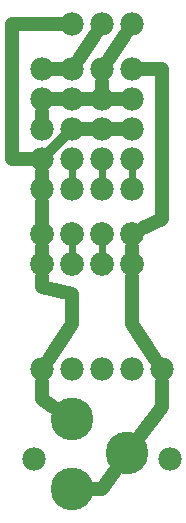
<source format=gbl>
G04 MADE WITH FRITZING*
G04 WWW.FRITZING.ORG*
G04 DOUBLE SIDED*
G04 HOLES PLATED*
G04 CONTOUR ON CENTER OF CONTOUR VECTOR*
%ASAXBY*%
%FSLAX23Y23*%
%MOIN*%
%OFA0B0*%
%SFA1.0B1.0*%
%ADD10C,0.079370*%
%ADD11C,0.078000*%
%ADD12C,0.142362*%
%ADD13C,0.048000*%
%ADD14C,0.032000*%
%ADD15C,0.024000*%
%LNCOPPER0*%
G90*
G70*
G54D10*
X146Y1054D03*
X246Y1054D03*
X346Y1054D03*
X446Y1054D03*
X146Y954D03*
X246Y954D03*
X346Y954D03*
X446Y954D03*
G54D11*
X446Y1204D03*
X446Y1304D03*
X446Y1404D03*
X446Y1504D03*
X446Y1604D03*
X346Y1204D03*
X346Y1304D03*
X346Y1404D03*
X346Y1504D03*
X346Y1604D03*
X246Y1204D03*
X246Y1304D03*
X246Y1404D03*
X246Y1504D03*
X246Y1604D03*
X446Y1754D03*
X346Y1754D03*
X246Y1754D03*
X146Y1204D03*
X146Y1304D03*
X146Y1404D03*
X146Y1504D03*
X146Y1604D03*
G54D12*
X430Y323D03*
X246Y438D03*
X246Y204D03*
G54D11*
X146Y604D03*
X246Y604D03*
X346Y604D03*
X446Y604D03*
X546Y604D03*
X118Y304D03*
X574Y304D03*
G54D13*
X269Y1638D02*
X323Y1719D01*
D02*
X369Y1638D02*
X423Y1719D01*
D02*
X146Y1445D02*
X146Y1462D01*
G54D14*
D02*
X171Y1329D02*
X221Y1378D01*
G54D13*
D02*
X145Y879D02*
X246Y854D01*
D02*
X246Y854D02*
X246Y753D01*
D02*
X246Y753D02*
X169Y638D01*
D02*
X146Y912D02*
X145Y879D01*
D02*
X447Y753D02*
X523Y638D01*
D02*
X446Y912D02*
X447Y753D01*
D02*
X546Y478D02*
X474Y382D01*
D02*
X546Y562D02*
X546Y478D01*
D02*
X388Y263D02*
X346Y204D01*
D02*
X346Y204D02*
X319Y204D01*
D02*
X146Y503D02*
X146Y562D01*
D02*
X184Y478D02*
X146Y503D01*
D02*
X487Y1603D02*
X546Y1603D01*
D02*
X546Y1603D02*
X546Y1104D01*
D02*
X546Y1104D02*
X483Y1073D01*
D02*
X387Y1504D02*
X405Y1504D01*
G54D15*
D02*
X246Y1274D02*
X246Y1234D01*
D02*
X346Y1274D02*
X346Y1234D01*
G54D13*
D02*
X205Y1604D02*
X187Y1604D01*
D02*
X146Y996D02*
X146Y1012D01*
D02*
X146Y1262D02*
X146Y1245D01*
D02*
X346Y1545D02*
X346Y1562D01*
G54D15*
D02*
X246Y984D02*
X246Y1023D01*
G54D13*
D02*
X446Y996D02*
X446Y1012D01*
D02*
X405Y1404D02*
X387Y1404D01*
D02*
X287Y1504D02*
X305Y1504D01*
D02*
X146Y1162D02*
X146Y1096D01*
D02*
X305Y1404D02*
X287Y1404D01*
G54D15*
D02*
X446Y1274D02*
X446Y1234D01*
D02*
X346Y984D02*
X346Y1023D01*
G54D13*
D02*
X187Y1504D02*
X205Y1504D01*
D02*
X116Y1304D02*
X45Y1304D01*
D02*
X45Y1304D02*
X45Y1753D01*
D02*
X45Y1753D02*
X216Y1754D01*
G04 End of Copper0*
M02*
</source>
